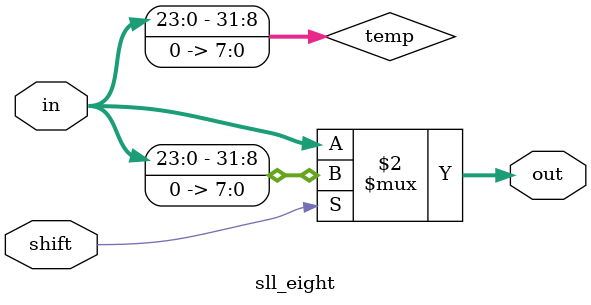
<source format=v>
module sll_eight(in, shift, out);
input [31:0] in;
input shift;
output [31:0] out;
wire [31:0] temp;

assign temp[7:0] = 0;
assign temp[31:8] = in[23:0];

assign out = (shift == 1) ? temp : in;

endmodule
</source>
